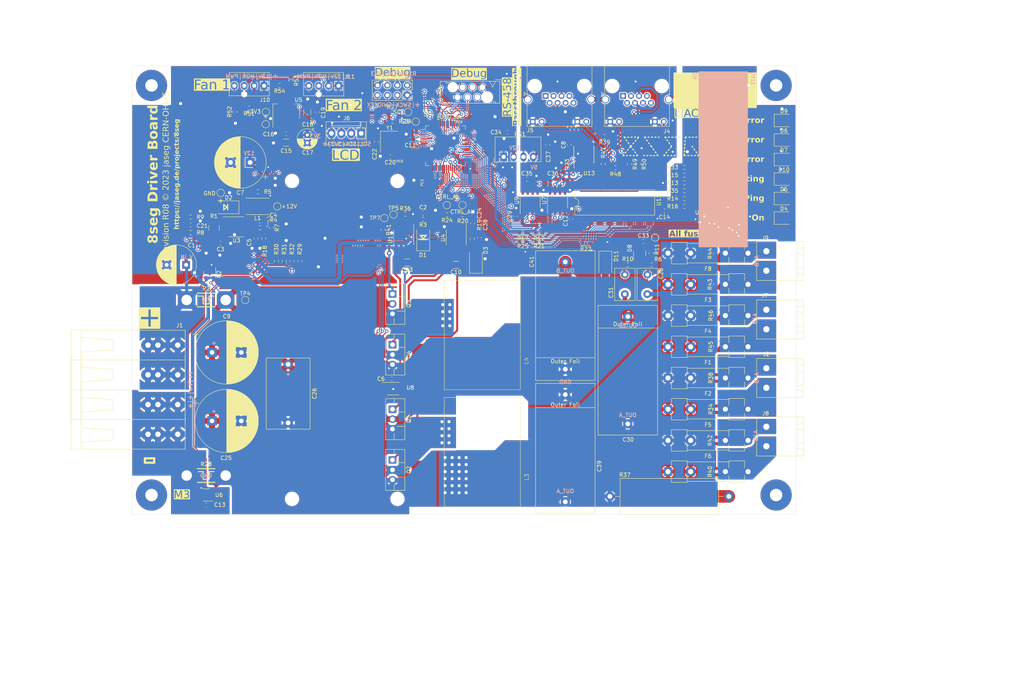
<source format=kicad_pcb>
(kicad_pcb (version 20231007) (generator pcbnew)

  (general
    (thickness 1.6)
  )

  (paper "A4")
  (layers
    (0 "F.Cu" signal)
    (31 "B.Cu" signal)
    (32 "B.Adhes" user "B.Adhesive")
    (33 "F.Adhes" user "F.Adhesive")
    (34 "B.Paste" user)
    (35 "F.Paste" user)
    (36 "B.SilkS" user "B.Silkscreen")
    (37 "F.SilkS" user "F.Silkscreen")
    (38 "B.Mask" user)
    (39 "F.Mask" user)
    (40 "Dwgs.User" user "User.Drawings")
    (41 "Cmts.User" user "User.Comments")
    (42 "Eco1.User" user "User.Eco1")
    (43 "Eco2.User" user "User.Eco2")
    (44 "Edge.Cuts" user)
    (45 "Margin" user)
    (46 "B.CrtYd" user "B.Courtyard")
    (47 "F.CrtYd" user "F.Courtyard")
    (48 "B.Fab" user)
    (49 "F.Fab" user)
  )

  (setup
    (stackup
      (layer "F.SilkS" (type "Top Silk Screen"))
      (layer "F.Paste" (type "Top Solder Paste"))
      (layer "F.Mask" (type "Top Solder Mask") (thickness 0.01))
      (layer "F.Cu" (type "copper") (thickness 0.035))
      (layer "dielectric 1" (type "core") (thickness 1.51) (material "FR4") (epsilon_r 4.5) (loss_tangent 0.02))
      (layer "B.Cu" (type "copper") (thickness 0.035))
      (layer "B.Mask" (type "Bottom Solder Mask") (thickness 0.01))
      (layer "B.Paste" (type "Bottom Solder Paste"))
      (layer "B.SilkS" (type "Bottom Silk Screen"))
      (copper_finish "None")
      (dielectric_constraints no)
    )
    (pad_to_mask_clearance 0.051)
    (solder_mask_min_width 0.25)
    (grid_origin 349.7 9.1)
    (pcbplotparams
      (layerselection 0x00011fc_ffffffff)
      (plot_on_all_layers_selection 0x0000000_00000000)
      (disableapertmacros false)
      (usegerberextensions false)
      (usegerberattributes false)
      (usegerberadvancedattributes false)
      (creategerberjobfile false)
      (dashed_line_dash_ratio 12.000000)
      (dashed_line_gap_ratio 3.000000)
      (svgprecision 4)
      (plotframeref false)
      (viasonmask false)
      (mode 1)
      (useauxorigin false)
      (hpglpennumber 1)
      (hpglpenspeed 20)
      (hpglpendiameter 15.000000)
      (pdf_front_fp_property_popups true)
      (pdf_back_fp_property_popups true)
      (dxfpolygonmode true)
      (dxfimperialunits true)
      (dxfusepcbnewfont true)
      (psnegative false)
      (psa4output false)
      (plotreference true)
      (plotvalue true)
      (plotfptext true)
      (plotinvisibletext false)
      (sketchpadsonfab false)
      (subtractmaskfromsilk false)
      (outputformat 1)
      (mirror false)
      (drillshape 0)
      (scaleselection 1)
      (outputdirectory "gerber")
    )
  )

  (property "board_date" "2023-11-05")
  (property "board_rev" "R08")

  (net 0 "")
  (net 1 "GND")
  (net 2 "Net-(U10-PA3)")
  (net 3 "+3V3")
  (net 4 "/VIN_MON")
  (net 5 "Net-(D2-K)")
  (net 6 "Net-(U3-FB)")
  (net 7 "/OUT_A")
  (net 8 "/OUT_B")
  (net 9 "/VIN_MEAS")
  (net 10 "/GND_MEAS")
  (net 11 "/DRV1")
  (net 12 "/DRV2")
  (net 13 "/DRV3")
  (net 14 "/DRV4")
  (net 15 "/SWCLK")
  (net 16 "/SWDIO")
  (net 17 "+5VD")
  (net 18 "/RX485_A")
  (net 19 "/RS485_B")
  (net 20 "GND2")
  (net 21 "/SDA")
  (net 22 "/SCL")
  (net 23 "Net-(D8-A1)")
  (net 24 "/PULSE_RX")
  (net 25 "Net-(D8-A2)")
  (net 26 "unconnected-(J4-Pad1)")
  (net 27 "unconnected-(J4-Pad2)")
  (net 28 "Net-(D11-K)")
  (net 29 "/RJL4")
  (net 30 "/RJL3")
  (net 31 "/Q0")
  (net 32 "Net-(D1-A)")
  (net 33 "/SLED1")
  (net 34 "/SLED2")
  (net 35 "/SLED3")
  (net 36 "/SLED4")
  (net 37 "Net-(D3-A)")
  (net 38 "Net-(D4-K)")
  (net 39 "Net-(D5-K)")
  (net 40 "Net-(D6-K)")
  (net 41 "Net-(D7-K)")
  (net 42 "/XT1")
  (net 43 "/XT2")
  (net 44 "unconnected-(J5-Pad1)")
  (net 45 "unconnected-(J5-Pad2)")
  (net 46 "unconnected-(J4-Pad7)")
  (net 47 "unconnected-(J4-Pad8)")
  (net 48 "unconnected-(J5-Pad7)")
  (net 49 "Net-(C4-Pad1)")
  (net 50 "unconnected-(J5-Pad8)")
  (net 51 "+12V")
  (net 52 "Net-(U3-BS)")
  (net 53 "/ILIM")
  (net 54 "/RJL2")
  (net 55 "/RJL1")
  (net 56 "/RS485_DE_ISO")
  (net 57 "/PAD")
  (net 58 "/VB2")
  (net 59 "/VB1")
  (net 60 "/MON_H")
  (net 61 "/MON_L")
  (net 62 "/RS485_RX")
  (net 63 "/RS485_DE")
  (net 64 "/FAN1_MON")
  (net 65 "unconnected-(J3-Pin_6-Pad6)")
  (net 66 "/RS485_RX_ISO")
  (net 67 "/FAN1_PWM")
  (net 68 "/VISO_SENSE")
  (net 69 "/RS485_TX")
  (net 70 "/RS485_TX_ISO")
  (net 71 "/FAN2_MON")
  (net 72 "Net-(U10-PD2)")
  (net 73 "Net-(U10-PD3)")
  (net 74 "Net-(U10-PD4)")
  (net 75 "/PD6")
  (net 76 "Net-(U10-PD6)")
  (net 77 "Net-(U10-PC0)")
  (net 78 "/FAN2_PWM")
  (net 79 "Net-(U10-PC3)")
  (net 80 "/MON_FAULT_CURRENT")
  (net 81 "/MON_L_ADC")
  (net 82 "/MON_H_ADC")
  (net 83 "Net-(U10-PC9)")
  (net 84 "/RJL1D")
  (net 85 "/RJL2D")
  (net 86 "/RJL3D")
  (net 87 "Net-(U10-PC11)")
  (net 88 "Net-(U10-PC12)")
  (net 89 "Net-(U10-PC13)")
  (net 90 "Net-(U10-PC14{slash}OSC32_IN)")
  (net 91 "Net-(U10-PC15{slash}OSC32_OUT)")
  (net 92 "Net-(U10-PB5)")
  (net 93 "Net-(U10-PA5)")
  (net 94 "Net-(U10-VREF+)")
  (net 95 "/RJL4D")
  (net 96 "Net-(U10-VBAT)")
  (net 97 "/DBG_TX")
  (net 98 "/DBG_RX")
  (net 99 "Net-(R12-Pad1)")
  (net 100 "Net-(R17-Pad1)")
  (net 101 "Net-(R21-Pad1)")
  (net 102 "Net-(R25-Pad1)")
  (net 103 "unconnected-(U3-EN-Pad6)")
  (net 104 "unconnected-(U3-POK-Pad7)")
  (net 105 "Net-(D9-K)")
  (net 106 "Net-(D10-K)")
  (net 107 "/SLED6")
  (net 108 "/SLED5")
  (net 109 "/VIN_INPUT")
  (net 110 "/Q1")
  (net 111 "/DRV_B")
  (net 112 "/DRV_A")
  (net 113 "unconnected-(J4-Pad3)")
  (net 114 "unconnected-(J4-Pad6)")
  (net 115 "unconnected-(J5-Pad3)")
  (net 116 "unconnected-(J5-Pad6)")
  (net 117 "/CTRL_AH")
  (net 118 "/CTRL_AL")
  (net 119 "/CTRL_BH")
  (net 120 "/CTRL_BL")
  (net 121 "unconnected-(U8-Alert-Pad3)")
  (net 122 "/Q2")
  (net 123 "/Q3")
  (net 124 "/Q4")
  (net 125 "/Q5")
  (net 126 "/Q6")
  (net 127 "/Q7")
  (net 128 "/FM1")
  (net 129 "/FM0")
  (net 130 "/FM5")
  (net 131 "/FM4")
  (net 132 "/FM7")
  (net 133 "/FM6")
  (net 134 "/FM3")
  (net 135 "/FM2")
  (net 136 "Net-(R47-Pad2)")
  (net 137 "Net-(R48-Pad2)")
  (net 138 "Net-(R49-Pad2)")
  (net 139 "Net-(R50-Pad2)")
  (net 140 "/SHIELD_RS485")
  (net 141 "/NRST")

  (footprint "Resistor_SMD:R_0603_1608Metric" (layer "F.Cu") (at 121.4 49.1))

  (footprint "Connector:FanPinHeader_1x04_P2.54mm_Vertical" (layer "F.Cu") (at 88.54 42.2 180))

  (footprint "Connector_RJ:RJ45_Amphenol_RJHSE538X" (layer "F.Cu") (at 180.5 44.8))

  (footprint "Resistor_SMD:R_0603_1608Metric" (layer "F.Cu") (at 196.2 71.1))

  (footprint "Capacitor_SMD:C_0603_1608Metric" (layer "F.Cu") (at 167.15 76.35 90))

  (footprint "Capacitor_SMD:C_0603_1608Metric" (layer "F.Cu") (at 120.85 60.4 180))

  (footprint "Capacitor_SMD:C_0603_1608Metric" (layer "F.Cu") (at 117.35 56.5 90))

  (footprint "Capacitor_SMD:C_0603_1608Metric" (layer "F.Cu") (at 141.95 77.45 90))

  (footprint "Capacitor_SMD:C_0603_1608Metric" (layer "F.Cu") (at 152.9 75.65 90))

  (footprint "Connectors_Molex:Molex_KK-6410-04_04x2.54mm_Straight" (layer "F.Cu") (at 113.4 54.4 180))

  (footprint "Resistor_SMD:R_0603_1608Metric" (layer "F.Cu") (at 165.3 65.3 90))

  (footprint "Resistor_SMD:R_0603_1608Metric" (layer "F.Cu") (at 121.4 51.3))

  (footprint "Crystal:Crystal_SMD_3225-4Pin_3.2x2.5mm_HandSoldering" (layer "F.Cu") (at 120.6 56.55 -90))

  (footprint "MountingHole:MountingHole_3.2mm_M3" (layer "F.Cu") (at 59.7 42.1))

  (footprint "MountingHole:MountingHole_3.2mm_M3" (layer "F.Cu") (at 219.7 42.1))

  (footprint "MountingHole:MountingHole_3.2mm_M3" (layer "F.Cu") (at 59.7 147.1))

  (footprint "MountingHole:MountingHole_3.2mm_M3" (layer "F.Cu") (at 219.7 147.1))

  (footprint "Capacitor_SMD:C_0603_1608Metric" (layer "F.Cu") (at 69.7 77.85))

  (footprint "Resistor_SMD:R_0603_1608Metric" (layer "F.Cu") (at 196.2 65.1))

  (footprint "Connector_RJ:RJ45_Amphenol_RJHSE538X" (layer "F.Cu") (at 160.65 44.8))

  (footprint "Resistor_SMD:R_0603_1608Metric" (layer "F.Cu") (at 135.425 75.25 180))

  (footprint "Resistor_SMD:R_0603_1608Metric" (layer "F.Cu") (at 175.75 55.25 180))

  (footprint "Package_SO:SOIC-8_3.9x4.9mm_P1.27mm" (layer "F.Cu") (at 170.45 59.85 90))

  (footprint "Capacitor_SMD:C_0603_1608Metric" (layer "F.Cu") (at 166.7 57.35 90))

  (footprint "TestPoint:TestPoint_Pad_D1.5mm" (layer "F.Cu") (at 89 48.9))

  (footprint "TestPoint:TestPoint_Pad_D1.5mm" (layer "F.Cu") (at 135.35 72.8))

  (footprint "TestPoint:TestPoint_Pad_D1.5mm" (layer "F.Cu") (at 125.4 48.9 90))

  (footprint "TestPoint:TestPoint_Pad_D1.5mm" (layer "F.Cu") (at 127.4 51.4 90))

  (footprint "TestPoint:TestPoint_Pad_D1.5mm" (layer "F.Cu") (at 77.4 69.65))

  (footprint "TestPoint:TestPoint_Pad_D1.5mm" (layer "F.Cu") (at 88.95 52.05))

  (footprint "Capacitor_SMD:C_1206_3216Metric" (layer "F.Cu") (at 125.2 87.5 180))

  (footprint "Resistor_SMD:R_0603_1608Metric" (layer "F.Cu") (at 196.2 67.1))

  (footprint "Resistor_SMD:R_0603_1608Metric" (layer "F.Cu") (at 196.2 73.1))

  (footprint "Capacitor_SMD:C_0603_1608Metric" (layer "F.Cu") (at 126 56 180))

  (footprint "Resistor_SMD:R_0603_1608Metric" (layer "F.Cu") (at 69.7 75.85 180))

  (footprint "Capacitor_SMD:C_0603_1608Metric" (layer "F.Cu") (at 191.1 74.3))

  (footprint "Capacitor_THT:CP_Radial_D10.0mm_P5.00mm" (layer "F.Cu")
    (tstamp 00000000-0000-0000-0000-00005e8d0f02)
    (at 68.567677 88.1 180)
    (descr "CP, Radial series, Radial, pin pitch=5.00mm, , diameter=10mm, Electrolytic Capacitor")
    (tags "CP Radial series Radial pin pitch 5.00mm  diameter 10mm Electrolytic Capacitor")
    (property "Reference" "C1" (at -1.382323 5 0) (layer "F.SilkS") (tstamp 2826d77a-8759-401d-9be0-594ed29d74e5)
      (effects (font (size 1 1) (thickness 0.15)))
    )
    (property "Value" "220u/63V" (at 2.5 6.25 0) (layer "F.Fab") (tstamp 6e807af2-0b70-4dcf-bbc0-a242871d5775)
      (effects (font (size 1 1) (thickness 0.15)))
    )
    (property "Footprint" "Capacitor_THT:CP_Radial_D10.0mm_P5.00mm" (at 0 0 180 unlocked) (layer "F.Fab") hide (tstamp 8e934cb3-899a-4055-b1ea-43366e037908)
      (effects (font (size 1.27 1.27)))
    )
    (property "Datasheet" "" (at 0 0 180 unlocked) (layer "F.Fab") hide (tstamp 32ab3dd3-37ae-4171-b099-29c0f2638b96)
      (effects (font (size 1.27 1.27)))
    )
    (property "Description" "" (at 0 0 180 unlocked) (layer "F.Fab") hide (tstamp eeeca6e3-c3f9-4dbd-8df1-842c9e697baa)
      (effects (font (size 1.27 1.27)))
    )
    (property "LCSC" "C324050" (at 0 0 0) (layer "F.Fab") hide (tstamp a4839792-4553-41ad-b543-6ebed3411fd8)
      (effects (font (size 1 1) (thickness 0.15)))
    )
    (property "Mfg" "Rubycon" (at 0 0 0) (layer "F.Fab") hide (tstamp 6e7a5920-4f8d-4e29-8b2a-d43d5bd193f8)
      (effects (font (size 1 1) (thickness 0.15)))
    )
    (property "PN" "63YXF220MFFCT810X20" (at 0 0 0) (layer "F.Fab") hide (tstamp be0bb541-930a-44df-a5d0-2be8f999afa9)
      (effects (font (size 1 1) (thickness 0.15)))
    )
    (property "JLCPCB_IGNORE" "yes " (at 0 0 180 unlocked) (layer "F.Fab") hide (tstamp 862f0175-6693-440c-968c-8854e07c53ec)
      (effects (font (size 1 1) (thickness 0.15)))
    )
    (property "Quantity" "" (at 0 0 180 unlocked) (layer "F.Fab") hide (tstamp 5c0c94a6-b3db-49ab-86fe-67287b2d90ff)
      (effects (font (size 1 1) (thickness 0.15)))
    )
    (property "Field-1" "" (at 0 0 180 unlocked) (layer "F.Fab") hide (tstamp 09aa7a36-b344-4c67-b82d-ada7d87ab057)
      (effects (font (size 1 1) (thickness 0.15)))
    )
    (property "JLCPCB_CORRECTION" "" (at 0 0 180 unlocked) (layer "F.Fab") hide (tstamp fc62d26f-544e-4e48-8f3a-76256e2ed4ca)
      (effects (font (size 1 1) (thickness 0.15)))
    )
    (property ki_fp_filters "CP_*")
    (path "/00000000-0000-0000-0000-00005edd5da6")
    (sheetfile "driver.kicad_sch")
    (attr through_hole exclude_from_pos_files)
    (fp_line (start 7.581 -0.599) (end 7.581 0.599)
      (stroke (width 0.12) (type solid)) (layer "F.SilkS") (tstamp a44a547a-40d9-4328-909a-df1e42b68629))
    (fp_line (start 7.541 -0.862) (end 7.541 0.862)
      (stroke (width 0.12) (type solid)) (layer "F.SilkS") (tstamp fcbe941e-28d4-4880-bee0-0eda57d44b69))
    (fp_line (start 7.501 -1.062) (end 7.501 1.062)
      (stroke (width 0.12) (type solid)) (layer "F.SilkS") (tstamp dbffbc38-aa23-4bb3-9da9-001e203f1e30))
    (fp_line (start 7.461 -1.23) (end 7.461 1.23)
      (stroke (width 0.12) (type solid)) (layer "F.SilkS") (tstamp 758be018-e2d2-4394-956e-8343969921f5))
    (fp_line (start 7.421 -1.378) (end 7.421 1.378)
      (stroke (width 0.12) (type solid)) (layer "F.SilkS") (tstamp 75b25c0e-6470-483a-8d9b-a80bd61cee1c))
    (fp_line (start 7.381 -1.51) (end 7.381 1.51)
      (stroke (width 0.12) (type solid)) (layer "F.SilkS") (tstamp 8fb00034-a05d-4623-8196-ececac4d2638))
    (fp_line (start 7.341 -1.63) (end 7.341 1.63)
      (stroke (width 0.12) (type solid)) (layer "F.SilkS") (tstamp 4b90230e-bf5c-4d9b-af64-ac88e3859c30))
    (fp_line (start 7.301 -1.742) (end 7.301 1.742)
      (stroke (width 0.12) (type solid)) (layer "F.SilkS") (tstamp 47bdee3d-5139-4500-be59-ff388add922e))
    (fp_line (start 7.261 -1.846) (end 7.261 1.846)
      (stroke (width 0.12) (type solid)) (layer "F.SilkS") (tstamp 239b39e1-b353-4b2b-afac-79388dd3c4f7))
    (fp_line (start 7.221 -1.944) (end 7.221 1.944)
      (stroke (width 0.12) (type solid)) (layer "F.SilkS") (tstamp 85f933d2-8b1b-41c7-afe2-74c4216fb763))
    (fp_line (start 7.181 -2.037) (end 7.181 2.037)
      (stroke (width 0.12) (type solid)) (layer "F.SilkS") (tstamp 05f23a8a-555f-44cd-83a4-4b1ab76f979e))
    (fp_line (start 7.141 -2.125) (end 7.141 2.125)
      (stroke (width 0.12) (type solid)) (layer "F.SilkS") (tstamp faeff989-2d4a-43bb-a957-54d4f0e04555))
    (fp_line (start 7.101 -2.209) (end 7.101 2.209)
      (stroke (width 0.12) (type solid)) (layer "F.SilkS") (tstamp c991e85f-923c-40bf-9cc9-603557a22997))
    (fp_line (start 7.061 -2.289) (end 7.061 2.289)
      (stroke (width 0.12) (type solid)) (layer "F.SilkS") (tstamp f38e2b9a-4009-4c60-a4c4-5ace38916c6c))
    (fp_line (start 7.021 -2.365) (end 7.021 2.365)
      (stroke (width 0.12) (type solid)) (layer "F.SilkS") (tstamp 13b0258a-93eb-4ece-9e53-6c75f0d06352))
    (fp_line (start 6.981 -2.439) (end 6.981 2.439)
      (stroke (width 0.12) (type solid)) (layer "F.SilkS") (tstamp a1ad61bb-d095-410f-b61a-5f88998b6ff8))
    (fp_line (start 6.941 -2.51) (end 6.941 2.51)
      (stroke (width 0.12) (type solid)) (layer "F.SilkS") (tstamp b6cd9f20-209c-459a-8c3a-ca44322c75ee))
    (fp_line (start 6.901 -2.579) (end 6.901 2.579)
      (stroke (width 0.12) (type solid)) (layer "F.SilkS") (tstamp a45fd97c-9f47-4772-be42-456cbe159499))
    (fp_line (start 6.861 -2.645) (end 6.861 2.645)
      (stroke (width 0.12) (type solid)) (layer "F.SilkS") (tstamp 8b268f6c-134c-4db0-b940-92ba7e9a1ef2))
    (fp_line (start 6.821 -2.709) (end 6.821 2.709)
      (stroke (width 0.12) (type solid)) (layer "F.SilkS") (tstamp 51681fac-142c-4dd2-8485-feb9b037e541))
    (fp_line (start 6.781 -2.77) (end 6.781 2.77)
      (stroke (width 0.12) (type solid)) (layer "F.SilkS") (tstamp bb3c989c-08e1-43e3-b58f-24b7483e390c))
    (fp_line (start 6.741 -2.83) (end 6.741 2.83)
      (stroke (width 0.12) (type solid)) (layer "F.SilkS") (tstamp 1fa4e067-cf98-4026-9d64-40b77899c333))
    (fp_line (start 6.701 -2.889) (end 6.701 2.889)
      (stroke (width 0.12) (type solid)) (layer "F.SilkS") (tstamp 3ad6d31f-c95e-43d5-a7ae-30fa6a7ae359))
    (fp_line (start 6.661 -2.945) (end 6.661 2.945)
      (stroke (width 0.12) (type solid)) (layer "F.SilkS") (tstamp 12074b09-6824-428a-9bf5-52d0db4dce95))
    (fp_line (start 6.621 -3) (end 6.621 3)
      (stroke (width 0.12) (type solid)) (layer "F.SilkS") (tstamp f31dea80-b641-4e2f-8b3c-3f79d0ef37ad))
    (fp_line (start 6.581 -3.054) (end 6.581 3.054)
      (stroke (width 0.12) (type solid)) (layer "F.SilkS") (tstamp bb3d4ca8-b9df-40ec-a8f2-dcfd86311a0a))
    (fp_line (start 6.541 -3.106) (end 6.541 3.106)
      (stroke (width 0.12) (type solid)) (layer "F.SilkS") (tstamp d48509eb-44bb-47de-8a5d-83f6295e8e7c))
    (fp_line (start 6.501 -3.156) (end 6.501 3.156)
      (stroke (width 0.12) (type solid)) (layer "F.SilkS") (tstamp c77da47a-669c-47c2-bb88-e42107d4c792))
    (fp_line (start 6.461 -3.206) (end 6.461 3.206)
      (stroke (width 0.12) (type solid)) (layer "F.SilkS") (tstamp e306c404-8e50-486f-a759-ba060b2485ff))
    (fp_line (start 6.421 -3.254) (end 6.421 3.254)
      (stroke (width 0.12) (type solid)) (layer "F.SilkS") (tstamp 99b397b6-8fc0-47f8-b220-3061306bd802))
    (fp_line (start 6.381 -3.301) (end 6.381 3.301)
      (stroke (width 0.12) (type solid)) (layer "F.SilkS") (tstamp 2ca2b903-b546-431b-8e38-2310f184efce))
    (fp_line (start 6.341 -3.347) (end 6.341 3.347)
      (stroke (width 0.12) (type solid)) (layer "F.SilkS") (tstamp 5cfdd236-a152-4124-b57a-9eba06a2564b))
    (fp_line (start 6.301 -3.392) (end 6.301 3.392)
      (stroke (width 0.12) (type solid)) (layer "F.SilkS") (tstamp 3bc690a6-238f-4b3e-a89b-46071d9b9238))
    (fp_line (start 6.261 -3.436) (end 6.261 3.436)
      (stroke (width 0.12) (type solid)) (layer "F.SilkS") (tstamp 1cb615ec-9c56-4a93-a591-e07742ccd5fc))
    (fp_line (start 6.221 1.241) (end 6.221 3.478)
      (stroke (width 0.12) (type solid)) (layer "F.SilkS") (tstamp 0bcc6934-323a-432b-a446-6b114a3cdaa0))
    (fp_line (start 6.221 -3.478) (end 6.221 -1.241)
      (stroke (width 0.12) (type solid)) (layer "F.SilkS") (tstamp 333b9750-624b-4dc6-bb3d-4afa4ba4bba3))
    (fp_line (start 6.181 1.241) (end 6.181 3.52)
      (stroke (width 0.12) (type solid)) (layer "F.SilkS") (tstamp 3a54b983-2936-4fb7-afa5-ffc73968939c))
    (fp_line (start 6.181 -3.52) (end 6.181 -1.241)
      (stroke (width 0.12) (type solid)) (layer "F.SilkS") (tstamp 24d3275a-002a-47a6-a445-96bebafee3fd))
    (fp_line (start 6.141 1.241) (end 6.141 3.561)
      (stroke (width 0.12) (type solid)) (layer "F.SilkS") (tstamp 37b092da-77d8-4e26-adf9-5c8fdf063ad4))
    (fp_line (start 6.141 -3.561) (end 6.141 -1.241)
      (stroke (width 0.12) (type solid)) (layer "F.SilkS") (tstamp 779c39a5-6fd8-422a-8a74-c21e56cf0723))
    (fp_line (start 6.101 1.241) (end 6.101 3.601)
      (stroke (width 0.12) (type solid)) (layer "F.SilkS") (tstamp cf3ff2f4-d0a0-48db-8506-91753cc0b665))
    (fp_line (start 6.101 -3.601) (end 6.101 -1.241)
      (stroke (width 0.12) (type solid)) (layer "F.SilkS") (tstamp db010f96-9d89-4b2e-a8fc-ee3eed7aa2ad))
    (fp_line (start 6.061 1.241) (end 6.061 3.64)
      (stroke (width 0.12) (type solid)) (layer "F.SilkS") (tstamp 61b87c35-9e47-4783-87a8-de9138a6a9de))
    (fp_line (start 6.061 -3.64) (end 6.061 -1.241)
      (stroke (width 0.12) (type solid)) (layer "F.SilkS") (tstamp 31f7dd3f-2b3d-4019-ac62-d16206e1bdec))
    (fp_line (start 6.021 1.241) (end 6.021 3.679)
      (stroke (width 0.12) (type solid)) (layer "F.SilkS") (tstamp 13dc8fde-895c-4780-a109-734f63f75bca))
    (fp_line (start 6.021 -3.679) (end 6.021 -1.241)
      (stroke (width 0.12) (type solid)) (layer "F.SilkS") (tstamp dee54ef8-fce9-462f-9917-e221b3cb285c))
    (fp_line (start 5.981 1.241) (end 5.981 3.716)
      (stroke (width 0.12) (type solid)) (layer "F.SilkS") (tstamp 9454c1bd-865a-477d-a540-8abc029be45f))
    (fp_line (start 5.981 -3.716) (end 5.981 -1.241)
      (stroke (width 0.12) (type solid)) (layer "F.SilkS") (tstamp b97c002c-6d73-4f04-96f5-5171c39a57ee))
    (fp_line (start 5.941 1.241) (end 5.941 3.753)
      (stroke (width 0.12) (type solid)) (layer "F.SilkS") (tstamp 22b27c1d-8e77-496b-ab4e-dccb2d0d01b5))
    (fp_line (start 5.941 -3.753) (end 5.941 -1.241)
      (stroke (width 0.12) (type solid)) (layer "F.SilkS") (tstamp 30822822-29e0-461b-9944-d5b0ef80a8d2))
    (fp_line (start 5.901 1.241) (end 5.901 3.789)
      (stroke (width 0.12) (type solid)) (layer "F.SilkS") (tstamp 54250162-93d9-4665-b57b-90110a9c4f12))
    (fp_line (start 5.901 -3.789) (end 5.901 -1.241)
      (stroke (width 0.12) (type solid)) (layer "F.SilkS") (tstamp a1e15fe7-35c3-4582-bad8-e4c5d40e0bfa))
    (fp_line (start 5.861 1.241) (end 5.861 3.824)
      (stroke (width 0.12) (type solid)) (layer "F.SilkS") (tstamp b1656bbe-e55f-42fd-bcd7-50e2aabe5a9b))
    (fp_line (start 5.861 -3.824) (end 5.861 -1.241)
      (stroke (width 0.12) (type solid)) (layer "F.SilkS") (tstamp 2ed481ca-be8d-456d-928c-3db37e2798c5))
    (fp_line (start 5.821 1.241) (end 5.821 3.858)
      (stroke (width 0.12) (type solid)) (layer "F.SilkS") (tstamp 6b84a747-6a53-4337-824e-52179d9068d8))
    (fp_line (start 5.821 -3.858) (end 5.821 -1.241)
      (stroke (width 0.12) (type solid)) (layer "F.SilkS") (tstamp 9d8676f0-482a-426c-a89e-c43085a07175))
    (fp_line (start 5.781 1.241) (end 5.781 3.892)
      (stroke (width 0.12) (type solid)) (layer "F.SilkS") (tstamp 0f646d7f-c404-4197-a738-58b5e3e09146))
    (fp_line (start 5.781 -3.892) (end 5.781 -1.241)
      (stroke (width 0.12) (type solid)) (layer "F.SilkS") (tstamp ceefac33-ae20-4d06-a54d-40ccf7bf2de4))
    (fp_line (start 5.741 1.241) (end 5.741 3.925)
      (stroke (width 0.12) (type solid)) (layer "F.SilkS") (tstamp bde3db42-d820-4d1a-826e-d572df21104b))
    (fp_line (start 5.741 -3.925) (end 5.741 -1.241)
      (stroke (width 0.12) (type solid)) (layer "F.SilkS") (tstamp 259dd6ba-2cd4-42af-8a3f-8170932ff4d7))
    (fp_line (start 5.701 1.241) (end 5.701 3.957)
      (stroke (width 0.12) (type solid)) (layer "F.SilkS") (tstamp 5695de00-ec34-431c-9a6b-050259098fde))
    (fp_line (start 5.701 -3.957) (end 5.701 -1.241)
      (stroke (width 0.12) (type solid)) (layer "F.SilkS") (tstamp 820eca4f-9bc9-4b97-b755-b207b7771191))
    (fp_line (start 5.661 1.241) (end 5.661 3.989)
      (stroke (width 0.12) (type solid)) (layer "F.SilkS") (tstamp ac9d0450-9840-44ab-aaff-ee1eb86a1281))
    (fp_line (start 5.661 -3.989) (end 5.661 -1.241)
      (stroke (width 0.12) (type solid)) (layer "F.SilkS") (tstamp 60f3759f-7158-430b-bf99-7e4b8b850d73))
    (fp_line (start 5.621 1.241) (end 5.621 4.02)
      (stroke (width 0.12) (type solid)) (layer "F.SilkS") (tstamp 37f85def-56fa-4739-b185-fd4866cea361))
    (fp_line (start 5.621 -4.02) (end 5.621 -1.241)
      (stroke (width 0.12) (type solid)) (layer "F.SilkS") (tstamp b3c8899d-dbeb-4ab5-87d8-cf103eb1efd7))
    (fp_line (start 5.581 1.241) (end 5.581 4.05)
      (stroke (width 0.12) (type solid)) (layer "F.SilkS") (tstamp 2234c95a-032e-4f0e-b0fa-34ba4f3aad91))
    (fp_line (start 5.581 -4.05) (end 5.581 -1.241)
      (stroke (width 0.12) (type solid)) (layer "F.SilkS") (tstamp babc1c35-eacd-470c-adc9-82eb29b5f51c))
    (fp_line (start 5.541 1.241) (end 5.541 4.08)
      (stroke (width 0.12) (type solid)) (layer "F.SilkS") (tstamp 1372c9c1-9efe-450b-8bb2-8cc28959b09f))
    (fp_line (start 5.541 -4.08) (end 5.541 -1.241)
      (stroke (width 0.12) (type solid)) (layer "F.SilkS") (tstamp b31ae8da-9c4b-48c1-801a-8533d1b7a22c))
    (fp_line (start 5.501 1.241) (end 5.501 4.11)
      (stroke (width 0.12) (type solid)) (layer "F.SilkS") (tstamp fdd314f5-2ced-426e-9131-2005d9605a6f))
    (fp_line (start 5.501 -4.11) (end 5.501 -1.241)
      (stroke (width 0.12) (type solid)) (layer "F.SilkS") (tstamp 76a21bf2-26da-46af-9234-5725c43b762f))
    (fp_line (start 5.461 1.241) (end 5.461 4.138)
      (stroke (width 0.12) (type solid)) (layer "F.SilkS") (tstamp 7b2ebbee-babc-4c2e-b4c7-4494321208ba))
    (fp_line (start 5.461 -4.138) (end 5.461 -1.241)
      (stroke (width 0.12) (type solid)) (layer "F.SilkS") (tstamp fcad6b77-3eb2-4d77-b7ea-b1546ba9d6a5))
    (fp_line (start 5.421 1.241) (end 5.421 4.166)
      (stroke (width 0.12) (type solid)) (layer "F.SilkS") (tstamp d90a0229-60d1-46f4-a212-3ce935b17cad))
    (fp_line (start 5.421 -4.166) (end 5.421 -1.241)
      (stroke (width 0.12) (type solid)) (layer "F.SilkS") (tstamp ecc8d747-fc0b-444d-8dbb-b88b087a59a5))
    (fp_line (start 5.381 1.241) (end 5.381 4.194)
      (stroke (width 0.12) (type solid)) (layer "F.SilkS") (tstamp b3cef460-8d3f-453f-b0fe-173e873825aa))
    (fp_line (start 5.381 -4.194) (end 5.381 -1.241)
      (stroke (width 0.12) (type solid)) (layer "F.SilkS") (tstamp 0af49e33-4f92-4a37-b454-0490c11bc8d3))
    (fp_line (start 5.341 1.241) (end 5.341 4.221)
      (stroke (width 0.12) (type solid)) (layer "F.SilkS") (tstamp c9f733a9-6d09-4aee-9bfe-12d1814fe948))
    (fp_line (start 5.341 -4.221) (end 5.341 -1.241)
      (stroke (width 0.12) (type solid)) (layer "F.SilkS") (tstamp 59019908-4ad1-4106-8228-184cf36494a0))
    (fp_line (start 5.301 1.241) (end 5.301 4.247)
      (stroke (width 0.12) (type solid)) (layer "F.SilkS") (tstamp 6bcc02c8-2e57-4a69-bdbd-68339b3de441))
    (fp_line (start 5.301 -4.247) (end 5.301 -1.241)
      (stroke (width 0.12) (type solid)) (layer "F.SilkS") (tstamp cbbbcdec-e3cb-4b67-8e5e-b7ceb616a199))
    (fp_line (start 5.261 1.241) (end 5.261 4.273)
      (stroke (width 0.12) (type solid)) (layer "F.SilkS") (tstamp aee6b3be-b39d-4dfa-ac36-32d40dd1e642))
    (fp_line (start 5.261 -4.273) (end 5.261 -1.241)
      (stroke (width 0.12) (type solid)) (layer "F.SilkS") (tstamp 97e62693-c14c-41ce-8377-39f074812a5d))
    (fp_line (start 5.221 1.241) (end 5.221 4.298)
      (stroke (width 0.12) (type solid)) (layer "F.SilkS") (tstamp efd30b48-4b75-47a5-b20c-041cd825fede))
    (fp_line (start 5.221 -4.298) (end 5.221 -1.241)
      (stroke (width 0.12) (type solid)) (layer "F.SilkS") (tstamp 6074d333-b67f-47cf-9645-3edf74b465c6))
    (fp_line (start 5.181 1.241) (end 5.181 4.323)
      (stroke (width 0.12) (type solid)) (layer "F.SilkS") (tstamp 061ba39d-a508-41fe-bebb-b8d8019cff76))
    (fp_line (start 5.181 -4.323) (end 5.181 -1.241)
      (stroke (width 0.12) (type solid)) (layer "F.SilkS") (tstamp 7a3f9b9b-3c34-4fc9-9f49-1d8bee1a7805))
    (fp_line (start 5.141 1.241) (end 5.141 4.347)
      (stroke (width 0.12) (type solid)) (layer "F.SilkS") (tstamp ff6acd52-cf85-4c89-87ec-14d751101381))
    (fp_line (start 5.141 -4.347) (end 5.141 -1.241)
      (stroke (width 0.12) (type solid)) (layer "F.SilkS") (tstamp 5ba604e0-79d1-4645-b579-fb68e7d9889c))
    (fp_line (start 5.101 1.241) (end 5.101 4.371)
      (stroke (width 0.12) (type solid)) (layer "F.SilkS") (tstamp 975a242c-7c93-4994-bffe-aa25aa3ca449))
    (fp_line (start 5.101 -4.371) (end 5.101 -1.241)
      (stroke (width 0.12) (type solid)) (layer "F.SilkS") (tstamp 10578b4b-ba43-4ac8-80eb-10f1392f4759))
    (fp_line (start 5.061 1.241) (end 5.061 4.395)
      (stroke (width 0.12) (type solid)) (layer "F.SilkS") (tstamp 2610c24a-3ca5-4eea-875c-68ffd1c24778))
    (fp_line (start 5.061 -4.395) (end 5.061 -1.241)
      (stroke (width 0.12) (type solid)) (layer "F.SilkS") (tstamp e703ada4-7d1d-47bf-850e-3dc0733099f9))
    (fp_line (start 5.021 1.241) (end 5.021 4.417)
      (stroke (width 0.12) (type solid)) (layer "F.SilkS") (tstamp 41c4ef77-d9a8-41f7-8d3c-d36333f7f23b))
    (fp_line (start 5.021 -4.417) (end 5.021 -1.241)
      (stroke (width 0.12) (type solid)) (layer "F.SilkS") (tstamp 9d893dfd-dae1-47fa-bf79-753cc14bbc3c))
    (fp_line (start 4.981 1.241) (end 4.981 4.44)
      (stroke (width 0.12) (type solid)) (layer "F.SilkS") (tstamp 82768a63-d4bd-4915-a7be-a74334ec9daf))
    (fp_line (start 4.981 -4.44) (end 4.981 -1.241)
      (stroke (width 0.12) (type solid)) (layer "F.SilkS") (tstamp d0df6e5d-d330-4426-b538-f59952a1f5f1))
    (fp_line (start 4.941 1.241) (end 4.941 4.462)
      (stroke (width 0.12) (type solid)) (layer "F.SilkS") (tstamp 4f2fc405-e52e-4373-ae4d-0b01a59b2685))
    (fp_line (start 4.941 -4.462) (end 4.941 -1.241)
      (stroke (width 0.12) (type solid)) (layer "F.SilkS") (tstamp 8b18c25d-22d7-4eb6-94c0-8c92966b747c))
    (fp_line (start 4.901 1.241) (end 4.901 4.483)
      (stroke (width 0.12) (type solid)) (layer "F.SilkS") (tstamp de7626dd-f49f-43b0-9d1e-8132f1a9b49b))
    (fp_line (start 4.901 -4.483) (end 4.901 -1.241)
      (stroke (width 0.12) (type solid)) (layer "F.SilkS") (tstamp f6d4e48c-7b56-4f0f-be48-a0df2250af4a))
    (fp_line (start 4.861 1.241) (end 4.861 4.504)
      (stroke (width 0.12) (type solid)) (layer "F.SilkS") (tstamp 52a6f8f4-46a3-4d15-ab79-a625cb894922))
    (fp_line (start 4.861 -4.504) (end 4.861 -1.241)
      (stroke (width 0.12) (type solid)) (layer "F.SilkS") (tstamp 9243956f-ce76-49fa-827e-aa4fd2361820))
    (fp_line (start 4.821 1.241) (end 4.821 4.525)
      (stroke (width 0.12) (type solid)) (layer "F.SilkS") (tstamp c3a3d575-79dc-42f7-a1e1-d1ca157f32cc))
    (fp_line (start 4.821 -4.525) (end 4.821 -1.241)
      (stroke (width 0.12) (type solid)) (layer "F.SilkS") (tstamp f9f04315-ef09-40cc-865c-3079e8c06859))
    (fp_line (start 4.781 1.241) (end 4.781 4.545)
      (stroke (width 0.12) (type solid)) (layer "F.SilkS") (tstamp 59eb435f-38e9-40ef-bff7-d94845a3a3ef))
    (fp_line (start 4.781 -4.545) (end 4.781 -1.241)
      (stroke (width 0.12) (type solid)) (layer "F.SilkS") (tstamp 15db6614-6e33-450a-9f23-511c534ad343))
    (fp_line (start 4.741 1.241) (end 4.741 4.564)
      (stroke (width 0.12) (type solid)) (layer "F.SilkS") (tstamp f0ac6294-0752-488c-b56a-85c71ce53302))
    (fp_line (start 4.741 -4.564) (end 4.741 -1.241)
      (stroke (width 0.12) (type solid)) (layer "F.SilkS") (tstamp f219f515-9ef0-442d-8359-5e9a8f28afee))
    (fp_line (start 4.701 1.241) (end 4.701 4.584)
      (stroke (width 0.12) (type solid)) (layer "F.SilkS") (tstamp 17a73ffe-9f99-4567-bbe9-572659cd2006))
    (fp_line (start 4.701 -4.584) (end 4.701 -1.241)
      (stroke (width 0.12) (type solid)) (layer "F.SilkS") (tstamp 7f19383e-7317-4f71-bd01-442ef506a45b))
    (fp_line (start 4.661 1.241) (end 4.661 4.603)
      (stroke (width 0.12) (type solid)) (layer "F.SilkS") (tstamp df4cd3ea-9ef5-4a2e-a95a-9063f9a5dccd))
    (fp_line (start 4.661 -4.603) (end 4.661 -1.241)
      (stroke (width 0.12) (type solid)) (layer "F.SilkS") (tstamp 4029dde3-d613-4eb2-999b-eb540f9a0e3a))
    (fp_line (start 4.621 1.241) (end 4.621 4.621)
      (stroke (width 0.12) (type solid)) (layer "F.SilkS") (tstamp 4466e102-b9ce-44e1-afde-6f6e5d88d90a))
    (fp_line (start 4.621 -4.621) (end 4.621 -1.241)
      (stroke (width 0.12) (type solid)) (layer "F.SilkS") (tstamp fae80619-5320-41fd-bb38-11300066390e))
    (fp_line (start 4.581 1.241) (end 4.581 4.639)
      (stroke (width 0.12) (type solid)) (layer "F.SilkS") (tstamp 453f3321-764d-407e-9d06-efeafa8490d3))
    (fp_line (start 4.581 -4.639) (end 4.581 -1.241)
      (stroke (width 0.12) (type solid)) (layer "F.SilkS") (tstamp 0d919f95-4913-4bf0-a86d-a20f4ee1599f))
    (fp_line (start 4.541 1.241) (end 4.541 4.657)
      (stroke (width 0.12) (type solid)) (layer "F.SilkS") (tstamp 03647e0d-f2e0-49c6-b8dc-07f51a55c4c3))
    (fp_line (start 4.541 -4.657) (end 4.541 -1.241)
      (stroke (width 0.12) (type solid)) (layer "F.SilkS") (tstamp 3f2ede5d-a763-41af-8e4b-bd2d6c3edabf))
... [3683744 chars truncated]
</source>
